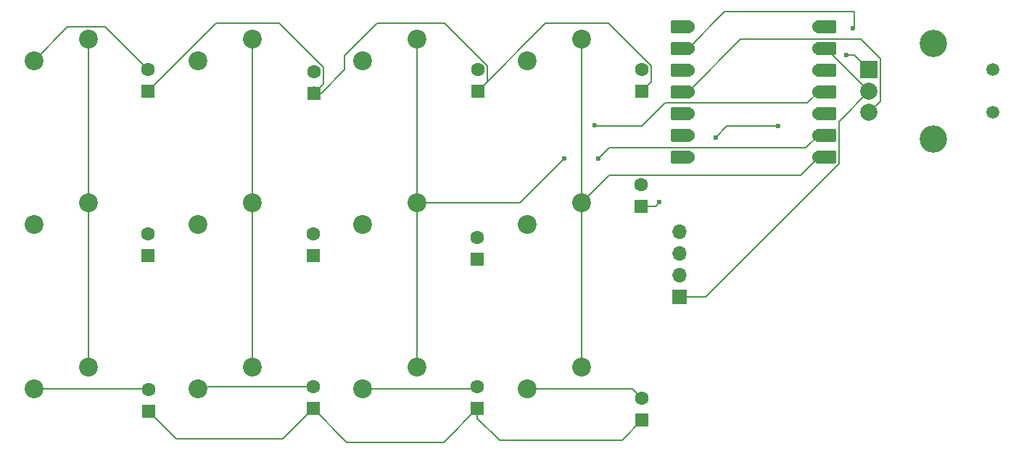
<source format=gbr>
%TF.GenerationSoftware,KiCad,Pcbnew,9.0.2*%
%TF.CreationDate,2025-07-04T04:15:55-07:00*%
%TF.ProjectId,HackPad_Dristi,4861636b-5061-4645-9f44-72697374692e,rev?*%
%TF.SameCoordinates,Original*%
%TF.FileFunction,Copper,L1,Top*%
%TF.FilePolarity,Positive*%
%FSLAX46Y46*%
G04 Gerber Fmt 4.6, Leading zero omitted, Abs format (unit mm)*
G04 Created by KiCad (PCBNEW 9.0.2) date 2025-07-04 04:15:55*
%MOMM*%
%LPD*%
G01*
G04 APERTURE LIST*
G04 Aperture macros list*
%AMRoundRect*
0 Rectangle with rounded corners*
0 $1 Rounding radius*
0 $2 $3 $4 $5 $6 $7 $8 $9 X,Y pos of 4 corners*
0 Add a 4 corners polygon primitive as box body*
4,1,4,$2,$3,$4,$5,$6,$7,$8,$9,$2,$3,0*
0 Add four circle primitives for the rounded corners*
1,1,$1+$1,$2,$3*
1,1,$1+$1,$4,$5*
1,1,$1+$1,$6,$7*
1,1,$1+$1,$8,$9*
0 Add four rect primitives between the rounded corners*
20,1,$1+$1,$2,$3,$4,$5,0*
20,1,$1+$1,$4,$5,$6,$7,0*
20,1,$1+$1,$6,$7,$8,$9,0*
20,1,$1+$1,$8,$9,$2,$3,0*%
G04 Aperture macros list end*
%TA.AperFunction,ComponentPad*%
%ADD10R,1.700000X1.700000*%
%TD*%
%TA.AperFunction,ComponentPad*%
%ADD11O,1.700000X1.700000*%
%TD*%
%TA.AperFunction,ComponentPad*%
%ADD12C,1.500000*%
%TD*%
%TA.AperFunction,ComponentPad*%
%ADD13R,2.000000X2.000000*%
%TD*%
%TA.AperFunction,ComponentPad*%
%ADD14C,2.000000*%
%TD*%
%TA.AperFunction,ComponentPad*%
%ADD15C,3.200000*%
%TD*%
%TA.AperFunction,SMDPad,CuDef*%
%ADD16RoundRect,0.152400X1.063600X0.609600X-1.063600X0.609600X-1.063600X-0.609600X1.063600X-0.609600X0*%
%TD*%
%TA.AperFunction,ComponentPad*%
%ADD17C,1.524000*%
%TD*%
%TA.AperFunction,SMDPad,CuDef*%
%ADD18RoundRect,0.152400X-1.063600X-0.609600X1.063600X-0.609600X1.063600X0.609600X-1.063600X0.609600X0*%
%TD*%
%TA.AperFunction,ComponentPad*%
%ADD19RoundRect,0.250000X0.550000X-0.550000X0.550000X0.550000X-0.550000X0.550000X-0.550000X-0.550000X0*%
%TD*%
%TA.AperFunction,ComponentPad*%
%ADD20C,1.600000*%
%TD*%
%TA.AperFunction,ComponentPad*%
%ADD21C,2.200000*%
%TD*%
%TA.AperFunction,ViaPad*%
%ADD22C,0.600000*%
%TD*%
%TA.AperFunction,Conductor*%
%ADD23C,0.200000*%
%TD*%
G04 APERTURE END LIST*
D10*
%TO.P,J1,1,GND*%
%TO.N,GND*%
X177900000Y-89120000D03*
D11*
%TO.P,J1,2,VCC*%
%TO.N,+3.3V*%
X177900000Y-86580000D03*
%TO.P,J1,3,SCL*%
%TO.N,Net-(J1-SCL)*%
X177900000Y-84040000D03*
%TO.P,J1,4,SDA*%
%TO.N,Net-(J1-SDA)*%
X177900000Y-81500000D03*
%TD*%
D12*
%TO.P,SW13,*%
%TO.N,*%
X214500000Y-62600000D03*
X214500000Y-67600000D03*
D13*
%TO.P,SW13,A,A*%
%TO.N,Net-(U2-GPIO0{slash}TX)*%
X200000000Y-62600000D03*
D14*
%TO.P,SW13,B,B*%
%TO.N,Net-(U2-GPIO29{slash}ADC3{slash}A3)*%
X200000000Y-67600000D03*
%TO.P,SW13,C,C*%
%TO.N,GND*%
X200000000Y-65100000D03*
D15*
%TO.P,SW13,MP*%
%TO.N,N/C*%
X207500000Y-59500000D03*
X207500000Y-70700000D03*
%TD*%
D16*
%TO.P,U2,1,GPIO26/ADC0/A0*%
%TO.N,Row1*%
X178045000Y-57548500D03*
D17*
X178880000Y-57548500D03*
D16*
%TO.P,U2,2,GPIO27/ADC1/A1*%
%TO.N,Row2*%
X178045000Y-60088500D03*
D17*
X178880000Y-60088500D03*
D16*
%TO.P,U2,3,GPIO28/ADC2/A2*%
%TO.N,Row3*%
X178045000Y-62628500D03*
D17*
X178880000Y-62628500D03*
D16*
%TO.P,U2,4,GPIO29/ADC3/A3*%
%TO.N,Net-(U2-GPIO29{slash}ADC3{slash}A3)*%
X178045000Y-65168500D03*
D17*
X178880000Y-65168500D03*
D16*
%TO.P,U2,5,GPIO6/SDA*%
%TO.N,Net-(J1-SDA)*%
X178045000Y-67708500D03*
D17*
X178880000Y-67708500D03*
D16*
%TO.P,U2,6,GPIO7/SCL*%
%TO.N,Net-(J1-SCL)*%
X178045000Y-70248500D03*
D17*
X178880000Y-70248500D03*
D16*
%TO.P,U2,7,GPIO0/TX*%
%TO.N,Net-(U2-GPIO0{slash}TX)*%
X178045000Y-72788500D03*
D17*
X178880000Y-72788500D03*
%TO.P,U2,8,GPIO1/RX*%
%TO.N,Col4*%
X194120000Y-72788500D03*
D18*
X194955000Y-72788500D03*
D17*
%TO.P,U2,9,GPIO2/SCK*%
%TO.N,Col3*%
X194120000Y-70248500D03*
D18*
X194955000Y-70248500D03*
D17*
%TO.P,U2,10,GPIO4/MISO*%
%TO.N,Col2*%
X194120000Y-67708500D03*
D18*
X194955000Y-67708500D03*
D17*
%TO.P,U2,11,GPIO3/MOSI*%
%TO.N,Col1*%
X194120000Y-65168500D03*
D18*
X194955000Y-65168500D03*
D17*
%TO.P,U2,12,3V3*%
%TO.N,+3.3V*%
X194120000Y-62628500D03*
D18*
X194955000Y-62628500D03*
D17*
%TO.P,U2,13,GND*%
%TO.N,GND*%
X194120000Y-60088500D03*
D18*
X194955000Y-60088500D03*
D17*
%TO.P,U2,14,VBUS*%
%TO.N,+5V*%
X194120000Y-57548500D03*
D18*
X194955000Y-57548500D03*
%TD*%
D19*
%TO.P,D11,1,K*%
%TO.N,Row3*%
X154300000Y-102214315D03*
D20*
%TO.P,D11,2,A*%
%TO.N,Net-(D11-A)*%
X154300000Y-99674315D03*
%TD*%
D19*
%TO.P,D1,1,K*%
%TO.N,Row1*%
X115800000Y-65114315D03*
D20*
%TO.P,D1,2,A*%
%TO.N,Net-(D1-A)*%
X115800000Y-62574315D03*
%TD*%
D19*
%TO.P,D5,1,K*%
%TO.N,Row2*%
X115800000Y-84314315D03*
D20*
%TO.P,D5,2,A*%
%TO.N,Net-(D5-A)*%
X115800000Y-81774315D03*
%TD*%
D21*
%TO.P,SW7,1,1*%
%TO.N,Col3*%
X147250000Y-78170000D03*
%TO.P,SW7,2,2*%
%TO.N,Net-(D7-A)*%
X140900000Y-80710000D03*
%TD*%
%TO.P,SW11,1,1*%
%TO.N,Col3*%
X147250000Y-97370000D03*
%TO.P,SW11,2,2*%
%TO.N,Net-(D11-A)*%
X140900000Y-99910000D03*
%TD*%
D19*
%TO.P,D2,1,K*%
%TO.N,Row1*%
X135200000Y-65340000D03*
D20*
%TO.P,D2,2,A*%
%TO.N,Net-(D2-A)*%
X135200000Y-62800000D03*
%TD*%
D19*
%TO.P,D8,1,K*%
%TO.N,Row2*%
X173400000Y-78540000D03*
D20*
%TO.P,D8,2,A*%
%TO.N,Net-(D8-A)*%
X173400000Y-76000000D03*
%TD*%
D21*
%TO.P,SW4,1,1*%
%TO.N,Col4*%
X166450000Y-58970000D03*
%TO.P,SW4,2,2*%
%TO.N,Net-(D4-A)*%
X160100000Y-61510000D03*
%TD*%
%TO.P,SW2,1,1*%
%TO.N,Col2*%
X128050000Y-58970000D03*
%TO.P,SW2,2,2*%
%TO.N,Net-(D2-A)*%
X121700000Y-61510000D03*
%TD*%
D19*
%TO.P,D6,1,K*%
%TO.N,Row2*%
X135100000Y-84364315D03*
D20*
%TO.P,D6,2,A*%
%TO.N,Net-(D6-A)*%
X135100000Y-81824315D03*
%TD*%
D21*
%TO.P,SW12,1,1*%
%TO.N,Col4*%
X166450000Y-97370000D03*
%TO.P,SW12,2,2*%
%TO.N,Net-(D12-A)*%
X160100000Y-99910000D03*
%TD*%
D19*
%TO.P,D7,1,K*%
%TO.N,Row2*%
X154300000Y-84714315D03*
D20*
%TO.P,D7,2,A*%
%TO.N,Net-(D7-A)*%
X154300000Y-82174315D03*
%TD*%
D21*
%TO.P,SW10,1,1*%
%TO.N,Col2*%
X128050000Y-97370000D03*
%TO.P,SW10,2,2*%
%TO.N,Net-(D10-A)*%
X121700000Y-99910000D03*
%TD*%
D19*
%TO.P,D9,1,K*%
%TO.N,Row3*%
X115900000Y-102514315D03*
D20*
%TO.P,D9,2,A*%
%TO.N,Net-(D9-A)*%
X115900000Y-99974315D03*
%TD*%
D19*
%TO.P,D12,1,K*%
%TO.N,Row3*%
X173500000Y-103554315D03*
D20*
%TO.P,D12,2,A*%
%TO.N,Net-(D12-A)*%
X173500000Y-101014315D03*
%TD*%
D19*
%TO.P,D10,1,K*%
%TO.N,Row3*%
X135100000Y-102214315D03*
D20*
%TO.P,D10,2,A*%
%TO.N,Net-(D10-A)*%
X135100000Y-99674315D03*
%TD*%
D21*
%TO.P,SW1,1,1*%
%TO.N,Col1*%
X108850000Y-58970000D03*
%TO.P,SW1,2,2*%
%TO.N,Net-(D1-A)*%
X102500000Y-61510000D03*
%TD*%
D19*
%TO.P,D4,1,K*%
%TO.N,Row1*%
X173490000Y-65140000D03*
D20*
%TO.P,D4,2,A*%
%TO.N,Net-(D4-A)*%
X173490000Y-62600000D03*
%TD*%
D21*
%TO.P,SW6,1,1*%
%TO.N,Col2*%
X128050000Y-78170000D03*
%TO.P,SW6,2,2*%
%TO.N,Net-(D6-A)*%
X121700000Y-80710000D03*
%TD*%
%TO.P,SW3,1,1*%
%TO.N,Col3*%
X147250000Y-58970000D03*
%TO.P,SW3,2,2*%
%TO.N,Net-(D3-A)*%
X140900000Y-61510000D03*
%TD*%
%TO.P,SW5,1,1*%
%TO.N,Col1*%
X108850000Y-78170000D03*
%TO.P,SW5,2,2*%
%TO.N,Net-(D5-A)*%
X102500000Y-80710000D03*
%TD*%
%TO.P,SW9,1,1*%
%TO.N,Col1*%
X108850000Y-97370000D03*
%TO.P,SW9,2,2*%
%TO.N,Net-(D9-A)*%
X102500000Y-99910000D03*
%TD*%
%TO.P,SW8,1,1*%
%TO.N,Col4*%
X166450000Y-78170000D03*
%TO.P,SW8,2,2*%
%TO.N,Net-(D8-A)*%
X160100000Y-80710000D03*
%TD*%
D19*
%TO.P,D3,1,K*%
%TO.N,Row1*%
X154310000Y-65114315D03*
D20*
%TO.P,D3,2,A*%
%TO.N,Net-(D3-A)*%
X154310000Y-62574315D03*
%TD*%
D22*
%TO.N,Row2*%
X175500000Y-78100000D03*
X198100000Y-57700000D03*
%TO.N,Net-(U2-GPIO0{slash}TX)*%
X182100000Y-70500000D03*
X189400000Y-69200000D03*
X197400000Y-60900000D03*
%TO.N,Col3*%
X164400000Y-73000000D03*
X168400000Y-73000000D03*
%TO.N,Col1*%
X168000000Y-69100000D03*
%TD*%
D23*
%TO.N,Net-(D1-A)*%
X110794685Y-57569000D02*
X106451000Y-57569000D01*
X106451000Y-57569000D02*
X102510000Y-61510000D01*
X115800000Y-62574315D02*
X110794685Y-57569000D01*
%TO.N,GND*%
X180942126Y-89120000D02*
X177900000Y-89120000D01*
X196472000Y-68628000D02*
X196472000Y-73590126D01*
X196472000Y-73590126D02*
X180942126Y-89120000D01*
X194988500Y-60088500D02*
X200000000Y-65100000D01*
X194120000Y-60088500D02*
X194988500Y-60088500D01*
X200000000Y-65100000D02*
X196472000Y-68628000D01*
%TO.N,Row1*%
X138800000Y-60940000D02*
X142562000Y-57178000D01*
X115800000Y-65114315D02*
X123756315Y-57158000D01*
X169615050Y-57168000D02*
X174591000Y-62143950D01*
X138800000Y-62600000D02*
X138800000Y-60940000D01*
X135200000Y-65340000D02*
X136060000Y-65340000D01*
X174591000Y-64039000D02*
X173490000Y-65140000D01*
X155411000Y-64013315D02*
X154310000Y-65114315D01*
X136060000Y-65340000D02*
X138800000Y-62600000D01*
X142562000Y-57178000D02*
X150470735Y-57178000D01*
X131115050Y-57158000D02*
X136301000Y-62343950D01*
X162256315Y-57168000D02*
X169615050Y-57168000D01*
X174591000Y-62143950D02*
X174591000Y-64039000D01*
X123756315Y-57158000D02*
X131115050Y-57158000D01*
X135200000Y-65340000D02*
X135200000Y-64540000D01*
X136301000Y-64239000D02*
X135200000Y-65340000D01*
X136301000Y-62343950D02*
X136301000Y-64239000D01*
X155411000Y-62118265D02*
X155411000Y-64013315D01*
X150470735Y-57178000D02*
X155411000Y-62118265D01*
X154310000Y-65114315D02*
X162256315Y-57168000D01*
%TO.N,Row2*%
X183168500Y-55800000D02*
X198300000Y-55800000D01*
X175060000Y-78540000D02*
X173400000Y-78540000D01*
X175500000Y-78100000D02*
X175060000Y-78540000D01*
X198300000Y-57500000D02*
X198100000Y-57700000D01*
X198300000Y-55800000D02*
X198300000Y-57500000D01*
X178880000Y-60088500D02*
X183168500Y-55800000D01*
%TO.N,Net-(D9-A)*%
X102500000Y-99910000D02*
X115835685Y-99910000D01*
X115835685Y-99910000D02*
X115900000Y-99974315D01*
%TO.N,Row3*%
X173500000Y-103554315D02*
X171164315Y-105890000D01*
X156850000Y-105890000D02*
X154300000Y-103340000D01*
X139045685Y-106160000D02*
X135100000Y-102214315D01*
X154300000Y-103340000D02*
X154300000Y-102214315D01*
X119135685Y-105750000D02*
X115900000Y-102514315D01*
X154300000Y-102214315D02*
X150354315Y-106160000D01*
X171164315Y-105890000D02*
X156850000Y-105890000D01*
X131564315Y-105750000D02*
X119135685Y-105750000D01*
X135100000Y-102214315D02*
X131564315Y-105750000D01*
X150354315Y-106160000D02*
X139045685Y-106160000D01*
%TO.N,Net-(D10-A)*%
X121700000Y-99900000D02*
X122500000Y-99900000D01*
X122500000Y-99900000D02*
X122725685Y-99674315D01*
X122725685Y-99674315D02*
X135100000Y-99674315D01*
%TO.N,Net-(D11-A)*%
X140880000Y-99900000D02*
X154074315Y-99900000D01*
X154074315Y-99900000D02*
X154300000Y-99674315D01*
%TO.N,Net-(D12-A)*%
X160080000Y-99900000D02*
X172385685Y-99900000D01*
X172385685Y-99900000D02*
X173500000Y-101014315D01*
%TO.N,Col4*%
X166440000Y-58970000D02*
X166440000Y-78160000D01*
X166430000Y-78170000D02*
X169701000Y-74899000D01*
X166430000Y-78170000D02*
X166430000Y-97360000D01*
X166440000Y-78160000D02*
X166430000Y-78170000D01*
X169701000Y-74899000D02*
X192009500Y-74899000D01*
X192009500Y-74899000D02*
X194120000Y-72788500D01*
%TO.N,Net-(U2-GPIO29{slash}ADC3{slash}A3)*%
X200000000Y-67600000D02*
X201301000Y-66299000D01*
X201301000Y-61299000D02*
X199027500Y-59025500D01*
X199027500Y-59025500D02*
X185023000Y-59025500D01*
X201301000Y-66299000D02*
X201301000Y-61299000D01*
X185023000Y-59025500D02*
X178880000Y-65168500D01*
%TO.N,Net-(U2-GPIO0{slash}TX)*%
X200000000Y-62600000D02*
X198300000Y-60900000D01*
X198300000Y-60900000D02*
X197400000Y-60900000D01*
X189400000Y-69200000D02*
X183400000Y-69200000D01*
X183400000Y-69200000D02*
X182100000Y-70500000D01*
%TO.N,Col2*%
X128050000Y-78160000D02*
X128050000Y-97360000D01*
X128050000Y-59150000D02*
X128050000Y-78160000D01*
X128060000Y-58960000D02*
X128160000Y-58960000D01*
X128200000Y-59000000D02*
X128050000Y-59150000D01*
X128160000Y-58960000D02*
X128200000Y-59000000D01*
%TO.N,Col3*%
X168400000Y-73000000D02*
X169674500Y-71725500D01*
X192643000Y-71725500D02*
X194120000Y-70248500D01*
X147250000Y-78160000D02*
X147240000Y-78170000D01*
X147240000Y-78170000D02*
X147240000Y-97350000D01*
X159230000Y-78170000D02*
X164400000Y-73000000D01*
X169674500Y-71725500D02*
X192643000Y-71725500D01*
X147240000Y-97350000D02*
X147230000Y-97360000D01*
X147240000Y-78170000D02*
X159230000Y-78170000D01*
X147250000Y-58980000D02*
X147250000Y-78160000D01*
%TO.N,Col1*%
X168100000Y-69200000D02*
X168000000Y-69100000D01*
X192788500Y-66500000D02*
X176200000Y-66500000D01*
X173500000Y-69200000D02*
X168100000Y-69200000D01*
X194120000Y-65168500D02*
X192788500Y-66500000D01*
X108850000Y-64070000D02*
X108850000Y-78170000D01*
X108850000Y-78170000D02*
X108850000Y-97370000D01*
X108860000Y-64060000D02*
X108850000Y-64070000D01*
X108860000Y-58970000D02*
X108860000Y-64060000D01*
X176200000Y-66500000D02*
X173500000Y-69200000D01*
%TD*%
M02*

</source>
